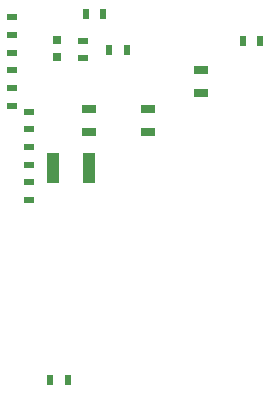
<source format=gbp>
G04 #@! TF.FileFunction,Paste,Bot*
%FSLAX46Y46*%
G04 Gerber Fmt 4.6, Leading zero omitted, Abs format (unit mm)*
G04 Created by KiCad (PCBNEW 4.0.1-stable) date 2016/08/25 3:11:25*
%MOMM*%
G01*
G04 APERTURE LIST*
%ADD10C,0.100000*%
%ADD11R,0.900000X0.500000*%
%ADD12R,1.000000X2.500000*%
%ADD13R,1.300000X0.700000*%
%ADD14R,0.500000X0.900000*%
%ADD15R,0.750000X0.800000*%
G04 APERTURE END LIST*
D10*
D11*
X-9000000Y18750000D03*
X-9000000Y17250000D03*
D12*
X-2500000Y12000000D03*
X-5500000Y12000000D03*
D13*
X-2500000Y15050000D03*
X-2500000Y16950000D03*
X2500000Y15050000D03*
X2500000Y16950000D03*
X7000000Y18350000D03*
X7000000Y20250000D03*
D14*
X12050000Y22700000D03*
X10550000Y22700000D03*
X-5750000Y-6000000D03*
X-4250000Y-6000000D03*
D11*
X-7500000Y9250000D03*
X-7500000Y10750000D03*
D14*
X750000Y22000000D03*
X-750000Y22000000D03*
D11*
X-3000000Y22750000D03*
X-3000000Y21250000D03*
X-7500000Y13750000D03*
X-7500000Y12250000D03*
X-7500000Y16750000D03*
X-7500000Y15250000D03*
D14*
X-2750000Y25000000D03*
X-1250000Y25000000D03*
D15*
X-5200000Y21350000D03*
X-5200000Y22850000D03*
D11*
X-9000000Y21750000D03*
X-9000000Y20250000D03*
X-9000000Y24750000D03*
X-9000000Y23250000D03*
M02*

</source>
